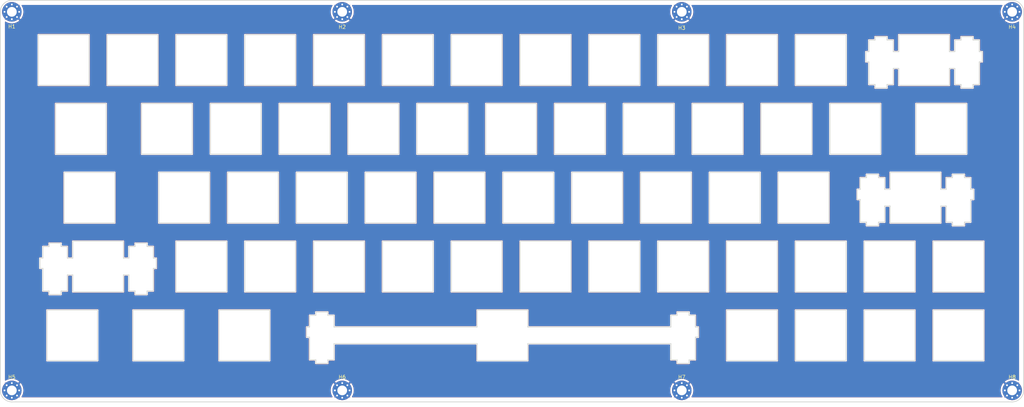
<source format=kicad_pcb>
(kicad_pcb (version 20211014) (generator pcbnew)
  (layers (0 "F.Cu" signal) (31 "B.Cu" signal) (34 "B.Paste" user) (35 "F.Paste" user) (36 "B.SilkS" user "B.Silkscreen") (37 "F.SilkS" user "F.Silkscreen") (38 "B.Mask" user) (39 "F.Mask" user) (44 "Edge.Cuts" user))
  (net 0 "")
  (net 1 "GND")
  (footprint "MountingHole:MountingHole_2.7mm_M2.5_Pad_Via" (layer "F.Cu") (at 213.995 28.575)
    (fp_text reference "H3" (at 0 4.445) (layer "F.SilkS"))
    (fp_text value "mh")
    (pad "1" thru_hole circle (at 0 2.025) (size 0.8 0.8) (drill 0.5) (layers *.Cu *.Mask) (net 1 "GND"))
    (pad "1" thru_hole circle (at 2.025 0) (size 0.8 0.8) (drill 0.5) (layers *.Cu *.Mask) (net 1 "GND"))
    (pad "1" thru_hole circle (at 0 0) (size 5.4 5.4) (drill 2.7) (layers *.Cu *.Mask) (net 1 "GND"))
    (pad "1" thru_hole circle (at -1.431891 -1.431891) (size 0.8 0.8) (drill 0.5) (layers *.Cu *.Mask) (net 1 "GND"))
    (pad "1" thru_hole circle (at 1.431891 1.431891) (size 0.8 0.8) (drill 0.5) (layers *.Cu *.Mask) (net 1 "GND"))
    (pad "1" thru_hole circle (at 0 -2.025) (size 0.8 0.8) (drill 0.5) (layers *.Cu *.Mask) (net 1 "GND"))
    (pad "1" thru_hole circle (at -2.025 0) (size 0.8 0.8) (drill 0.5) (layers *.Cu *.Mask) (net 1 "GND"))
    (pad "1" thru_hole circle (at 1.431891 -1.431891) (size 0.8 0.8) (drill 0.5) (layers *.Cu *.Mask) (net 1 "GND"))
    (pad "1" thru_hole circle (at -1.431891 1.431891) (size 0.8 0.8) (drill 0.5) (layers *.Cu *.Mask) (net 1 "GND"))
  )
  (footprint "MountingHole:MountingHole_2.7mm_M2.5_Pad_Via" (layer "F.Cu") (at 120.015 28.575)
    (fp_text reference "H2" (at 0 4.191) (layer "F.SilkS"))
    (fp_text value "mh")
    (pad "1" thru_hole circle (at 1.431891 1.431891) (size 0.8 0.8) (drill 0.5) (layers *.Cu *.Mask) (net 1 "GND"))
    (pad "1" thru_hole circle (at 0 2.025) (size 0.8 0.8) (drill 0.5) (layers *.Cu *.Mask) (net 1 "GND"))
    (pad "1" thru_hole circle (at 1.431891 -1.431891) (size 0.8 0.8) (drill 0.5) (layers *.Cu *.Mask) (net 1 "GND"))
    (pad "1" thru_hole circle (at -1.431891 -1.431891) (size 0.8 0.8) (drill 0.5) (layers *.Cu *.Mask) (net 1 "GND"))
    (pad "1" thru_hole circle (at -2.025 0) (size 0.8 0.8) (drill 0.5) (layers *.Cu *.Mask) (net 1 "GND"))
    (pad "1" thru_hole circle (at -1.431891 1.431891) (size 0.8 0.8) (drill 0.5) (layers *.Cu *.Mask) (net 1 "GND"))
    (pad "1" thru_hole circle (at 0 -2.025) (size 0.8 0.8) (drill 0.5) (layers *.Cu *.Mask) (net 1 "GND"))
    (pad "1" thru_hole circle (at 0 0) (size 5.4 5.4) (drill 2.7) (layers *.Cu *.Mask) (net 1 "GND"))
    (pad "1" thru_hole circle (at 2.025 0) (size 0.8 0.8) (drill 0.5) (layers *.Cu *.Mask) (net 1 "GND"))
  )
  (footprint "MountingHole:MountingHole_2.7mm_M2.5_Pad_Via" (layer "F.Cu") (at 213.995 133.35)
    (fp_text reference "H7" (at 0 -3.7) (layer "F.SilkS"))
    (fp_text value "mh")
    (pad "1" thru_hole circle (at -2.025 0) (size 0.8 0.8) (drill 0.5) (layers *.Cu *.Mask) (net 1 "GND"))
    (pad "1" thru_hole circle (at 0 -2.025) (size 0.8 0.8) (drill 0.5) (layers *.Cu *.Mask) (net 1 "GND"))
    (pad "1" thru_hole circle (at -1.431891 1.431891) (size 0.8 0.8) (drill 0.5) (layers *.Cu *.Mask) (net 1 "GND"))
    (pad "1" thru_hole circle (at 1.431891 -1.431891) (size 0.8 0.8) (drill 0.5) (layers *.Cu *.Mask) (net 1 "GND"))
    (pad "1" thru_hole circle (at 0 2.025) (size 0.8 0.8) (drill 0.5) (layers *.Cu *.Mask) (net 1 "GND"))
    (pad "1" thru_hole circle (at -1.431891 -1.431891) (size 0.8 0.8) (drill 0.5) (layers *.Cu *.Mask) (net 1 "GND"))
    (pad "1" thru_hole circle (at 2.025 0) (size 0.8 0.8) (drill 0.5) (layers *.Cu *.Mask) (net 1 "GND"))
    (pad "1" thru_hole circle (at 0 0) (size 5.4 5.4) (drill 2.7) (layers *.Cu *.Mask) (net 1 "GND"))
    (pad "1" thru_hole circle (at 1.431891 1.431891) (size 0.8 0.8) (drill 0.5) (layers *.Cu *.Mask) (net 1 "GND"))
  )
  (footprint "MountingHole:MountingHole_2.7mm_M2.5_Pad_Via" (layer "F.Cu") (at 305.435 28.575)
    (fp_text reference "H4" (at 0 4.191) (layer "F.SilkS"))
    (fp_text value "mh")
    (pad "1" thru_hole circle (at -1.431891 -1.431891) (size 0.8 0.8) (drill 0.5) (layers *.Cu *.Mask) (net 1 "GND"))
    (pad "1" thru_hole circle (at 2.025 0) (size 0.8 0.8) (drill 0.5) (layers *.Cu *.Mask) (net 1 "GND"))
    (pad "1" thru_hole circle (at 0 -2.025) (size 0.8 0.8) (drill 0.5) (layers *.Cu *.Mask) (net 1 "GND"))
    (pad "1" thru_hole circle (at -1.431891 1.431891) (size 0.8 0.8) (drill 0.5) (layers *.Cu *.Mask) (net 1 "GND"))
    (pad "1" thru_hole circle (at 0 0) (size 5.4 5.4) (drill 2.7) (layers *.Cu *.Mask) (net 1 "GND"))
    (pad "1" thru_hole circle (at 1.431891 1.431891) (size 0.8 0.8) (drill 0.5) (layers *.Cu *.Mask) (net 1 "GND"))
    (pad "1" thru_hole circle (at 1.431891 -1.431891) (size 0.8 0.8) (drill 0.5) (layers *.Cu *.Mask) (net 1 "GND"))
    (pad "1" thru_hole circle (at -2.025 0) (size 0.8 0.8) (drill 0.5) (layers *.Cu *.Mask) (net 1 "GND"))
    (pad "1" thru_hole circle (at 0 2.025) (size 0.8 0.8) (drill 0.5) (layers *.Cu *.Mask) (net 1 "GND"))
  )
  (footprint "MountingHole:MountingHole_2.7mm_M2.5_Pad_Via" (layer "F.Cu") (at 305.435 133.35)
    (fp_text reference "H8" (at 0 -3.7) (layer "F.SilkS"))
    (fp_text value "mh")
    (pad "1" thru_hole circle (at -1.431891 1.431891) (size 0.8 0.8) (drill 0.5) (layers *.Cu *.Mask) (net 1 "GND"))
    (pad "1" thru_hole circle (at -1.431891 -1.431891) (size 0.8 0.8) (drill 0.5) (layers *.Cu *.Mask) (net 1 "GND"))
    (pad "1" thru_hole circle (at 0 2.025) (size 0.8 0.8) (drill 0.5) (layers *.Cu *.Mask) (net 1 "GND"))
    (pad "1" thru_hole circle (at 0 -2.025) (size 0.8 0.8) (drill 0.5) (layers *.Cu *.Mask) (net 1 "GND"))
    (pad "1" thru_hole circle (at 1.431891 1.431891) (size 0.8 0.8) (drill 0.5) (layers *.Cu *.Mask) (net 1 "GND"))
    (pad "1" thru_hole circle (at 1.431891 -1.431891) (size 0.8 0.8) (drill 0.5) (layers *.Cu *.Mask) (net 1 "GND"))
    (pad "1" thru_hole circle (at 0 0) (size 5.4 5.4) (drill 2.7) (layers *.Cu *.Mask) (net 1 "GND"))
    (pad "1" thru_hole circle (at 2.025 0) (size 0.8 0.8) (drill 0.5) (layers *.Cu *.Mask) (net 1 "GND"))
    (pad "1" thru_hole circle (at -2.025 0) (size 0.8 0.8) (drill 0.5) (layers *.Cu *.Mask) (net 1 "GND"))
  )
  (footprint "MountingHole:MountingHole_2.7mm_M2.5_Pad_Via" (layer "F.Cu") (at 28.575 28.575)
    (fp_text reference "H1" (at 0 4.064) (layer "F.SilkS"))
    (fp_text value "mh")
    (pad "1" thru_hole circle (at 1.431891 -1.431891) (size 0.8 0.8) (drill 0.5) (layers *.Cu *.Mask) (net 1 "GND"))
    (pad "1" thru_hole circle (at -1.431891 1.431891) (size 0.8 0.8) (drill 0.5) (layers *.Cu *.Mask) (net 1 "GND"))
    (pad "1" thru_hole circle (at 2.025 0) (size 0.8 0.8) (drill 0.5) (layers *.Cu *.Mask) (net 1 "GND"))
    (pad "1" thru_hole circle (at -1.431891 -1.431891) (size 0.8 0.8) (drill 0.5) (layers *.Cu *.Mask) (net 1 "GND"))
    (pad "1" thru_hole circle (at -2.025 0) (size 0.8 0.8) (drill 0.5) (layers *.Cu *.Mask) (net 1 "GND"))
    (pad "1" thru_hole circle (at 0 -2.025) (size 0.8 0.8) (drill 0.5) (layers *.Cu *.Mask) (net 1 "GND"))
    (pad "1" thru_hole circle (at 1.431891 1.431891) (size 0.8 0.8) (drill 0.5) (layers *.Cu *.Mask) (net 1 "GND"))
    (pad "1" thru_hole circle (at 0 2.025) (size 0.8 0.8) (drill 0.5) (layers *.Cu *.Mask) (net 1 "GND"))
    (pad "1" thru_hole circle (at 0 0) (size 5.4 5.4) (drill 2.7) (layers *.Cu *.Mask) (net 1 "GND"))
  )
  (footprint "MountingHole:MountingHole_2.7mm_M2.5_Pad_Via" (layer "F.Cu") (at 120.015 133.35)
    (fp_text reference "H6" (at 0 -3.7) (layer "F.SilkS"))
    (fp_text value "mh")
    (pad "1" thru_hole circle (at 0 2.025) (size 0.8 0.8) (drill 0.5) (layers *.Cu *.Mask) (net 1 "GND"))
    (pad "1" thru_hole circle (at -2.025 0) (size 0.8 0.8) (drill 0.5) (layers *.Cu *.Mask) (net 1 "GND"))
    (pad "1" thru_hole circle (at 2.025 0) (size 0.8 0.8) (drill 0.5) (layers *.Cu *.Mask) (net 1 "GND"))
    (pad "1" thru_hole circle (at 0 -2.025) (size 0.8 0.8) (drill 0.5) (layers *.Cu *.Mask) (net 1 "GND"))
    (pad "1" thru_hole circle (at -1.431891 -1.431891) (size 0.8 0.8) (drill 0.5) (layers *.Cu *.Mask) (net 1 "GND"))
    (pad "1" thru_hole circle (at 0 0) (size 5.4 5.4) (drill 2.7) (layers *.Cu *.Mask) (net 1 "GND"))
    (pad "1" thru_hole circle (at 1.431891 1.431891) (size 0.8 0.8) (drill 0.5) (layers *.Cu *.Mask) (net 1 "GND"))
    (pad "1" thru_hole circle (at 1.431891 -1.431891) (size 0.8 0.8) (drill 0.5) (layers *.Cu *.Mask) (net 1 "GND"))
    (pad "1" thru_hole circle (at -1.431891 1.431891) (size 0.8 0.8) (drill 0.5) (layers *.Cu *.Mask) (net 1 "GND"))
  )
  (footprint "MountingHole:MountingHole_2.7mm_M2.5_Pad_Via" (layer "F.Cu") (at 28.575 133.35)
    (fp_text reference "H5" (at 0 -3.7) (layer "F.SilkS"))
    (fp_text value "mh")
    (pad "1" thru_hole circle (at 0 2.025) (size 0.8 0.8) (drill 0.5) (layers *.Cu *.Mask) (net 1 "GND"))
    (pad "1" thru_hole circle (at 1.431891 -1.431891) (size 0.8 0.8) (drill 0.5) (layers *.Cu *.Mask) (net 1 "GND"))
    (pad "1" thru_hole circle (at -1.431891 -1.431891) (size 0.8 0.8) (drill 0.5) (layers *.Cu *.Mask) (net 1 "GND"))
    (pad "1" thru_hole circle (at -1.431891 1.431891) (size 0.8 0.8) (drill 0.5) (layers *.Cu *.Mask) (net 1 "GND"))
    (pad "1" thru_hole circle (at 0 0) (size 5.4 5.4) (drill 2.7) (layers *.Cu *.Mask) (net 1 "GND"))
    (pad "1" thru_hole circle (at 2.025 0) (size 0.8 0.8) (drill 0.5) (layers *.Cu *.Mask) (net 1 "GND"))
    (pad "1" thru_hole circle (at -2.025 0) (size 0.8 0.8) (drill 0.5) (layers *.Cu *.Mask) (net 1 "GND"))
    (pad "1" thru_hole circle (at 0 -2.025) (size 0.8 0.8) (drill 0.5) (layers *.Cu *.Mask) (net 1 "GND"))
    (pad "1" thru_hole circle (at 1.431891 1.431891) (size 0.8 0.8) (drill 0.5) (layers *.Cu *.Mask) (net 1 "GND"))
  )
  (gr_line (start 38.899231 92.61015) (end 38.899231 93.52915) (layer "Edge.Cuts") (width 0.2))
  (gr_line (start 110.167231 115.80935) (end 110.167231 118.60945) (layer "Edge.Cuts") (width 0.2))
  (gr_line (start 202.324831 106.05975) (end 188.325831 106.05975) (layer "Edge.Cuts") (width 0.2))
  (gr_line (start 245.475831 111.11025) (end 259.474831 111.11025) (layer "Edge.Cuts") (width 0.2))
  (gr_line (start 157.367831 120.40925) (end 157.367831 125.10975) (layer "Edge.Cuts") (width 0.2))
  (gr_line (start 265.117831 86.77945) (end 265.117831 87.75955) (layer "Edge.Cuts") (width 0.2))
  (gr_line (start 169.275831 92.06025) (end 183.274831 92.06025) (layer "Edge.Cuts") (width 0.2))
  (gr_line (start 226.425831 125.10975) (end 226.425831 111.11025) (layer "Edge.Cuts") (width 0.2))
  (gr_line (start 178.512831 87.00985) (end 164.511831 87.00985) (layer "Edge.Cuts") (width 0.2))
  (gr_line (start 221.374831 92.06025) (end 221.374831 106.05975) (layer "Edge.Cuts") (width 0.2))
  (gr_line (start 145.461831 73.01025) (end 159.462831 73.01025) (layer "Edge.Cuts") (width 0.2))
  (gr_line (start 67.723831 99.55955) (end 68.549331 99.55955) (layer "Edge.Cuts") (width 0.2))
  (gr_line (start 112.125431 48.90985) (end 112.125431 34.90915) (layer "Edge.Cuts") (width 0.2))
  (gr_line (start 285.667831 82.30905) (end 287.192831 82.30905) (layer "Edge.Cuts") (width 0.2))
  (gr_line (start 202.611831 73.01025) (end 216.612831 73.01025) (layer "Edge.Cuts") (width 0.2))
  (gr_line (start 221.374831 48.90985) (end 207.375831 48.90985) (layer "Edge.Cuts") (width 0.2))
  (gr_line (start 216.016831 111.65865) (end 212.717831 111.65865) (layer "Edge.Cuts") (width 0.2))
  (gr_line (start 173.749831 53.96025) (end 173.749831 67.95985) (layer "Edge.Cuts") (width 0.2))
  (gr_line (start 107.075131 106.05975) (end 93.075431 106.05975) (layer "Edge.Cuts") (width 0.2))
  (gr_line (start 212.717831 112.57925) (end 210.992831 112.57925) (layer "Edge.Cuts") (width 0.2))
  (gr_line (start 131.173831 48.90985) (end 131.173831 34.90915) (layer "Edge.Cuts") (width 0.2))
  (gr_line (start 110.167231 118.60945) (end 110.992731 118.60945) (layer "Edge.Cuts") (width 0.2))
  (gr_line (start 62.699531 92.61015) (end 62.699531 93.52915) (layer "Edge.Cuts") (width 0.2))
  (gr_line (start 154.699831 67.95985) (end 140.700831 67.95985) (layer "Edge.Cuts") (width 0.2))
  (gr_line (start 287.192831 74.47915) (end 287.192831 77.70925) (layer "Edge.Cuts") (width 0.2))
  (gr_line (start 117.742431 115.80935) (end 117.742431 112.57925) (layer "Edge.Cuts") (width 0.2))
  (gr_line (start 202.324831 48.90985) (end 188.325831 48.90985) (layer "Edge.Cuts") (width 0.2))
  (gr_line (start 267.499831 36.37915) (end 265.775831 36.37915) (layer "Edge.Cuts") (width 0.2))
  (gr_line (start 264.525831 92.06025) (end 278.524831 92.06025) (layer "Edge.Cuts") (width 0.2))
  (gr_line (start 88.311531 73.01025) (end 102.312631 73.01025) (layer "Edge.Cuts") (width 0.2))
  (gr_line (start 126.411831 73.01025) (end 140.412831 73.01025) (layer "Edge.Cuts") (width 0.2))
  (gr_line (start 271.667831 87.00985) (end 285.667831 87.00985) (layer "Edge.Cuts") (width 0.2))
  (gr_line (start 178.512831 73.01025) (end 178.512831 87.00985) (layer "Edge.Cuts") (width 0.2))
  (gr_line (start 271.667831 77.70925) (end 270.142831 77.70925) (layer "Edge.Cuts") (width 0.2))
  (gr_line (start 255.000831 53.96025) (end 268.999831 53.96025) (layer "Edge.Cuts") (width 0.2))
  (gr_line (start 249.949831 67.95985) (end 235.950831 67.95985) (layer "Edge.Cuts") (width 0.2))
  (gr_line (start 62.117831 111.11025) (end 76.117431 111.11025) (layer "Edge.Cuts") (width 0.2))
  (gr_line (start 37.175331 105.82955) (end 38.899231 105.82955) (layer "Edge.Cuts") (width 0.2))
  (gr_line (start 110.992731 112.57925) (end 110.992731 115.80935) (layer "Edge.Cuts") (width 0.2))
  (gr_line (start 264.525831 106.05975) (end 264.525831 92.06025) (layer "Edge.Cuts") (width 0.2))
  (gr_line (start 68.975131 34.90915) (end 68.975131 48.90985) (layer "Edge.Cuts") (width 0.2))
  (gr_line (start 88.025131 106.05975) (end 74.025431 106.05975) (layer "Edge.Cuts") (width 0.2))
  (gr_line (start 212.717831 111.65865) (end 212.717831 112.57925) (layer "Edge.Cuts") (width 0.2))
  (gr_line (start 283.575831 106.05975) (end 283.575831 92.06025) (layer "Edge.Cuts") (width 0.2))
  (gr_line (start 173.749831 67.95985) (end 159.750831 67.95985) (layer "Edge.Cuts") (width 0.2))
  (gr_line (start 217.742831 112.57925) (end 216.016831 112.57925) (layer "Edge.Cuts") (width 0.2))
  (gr_line (start 202.611831 87.00985) (end 202.611831 73.01025) (layer "Edge.Cuts") (width 0.2))
  (gr_line (start 291.299831 48.67805) (end 291.299831 49.65955) (layer "Edge.Cuts") (width 0.2))
  (gr_line (start 116.018331 124.87815) (end 117.742431 124.87815) (layer "Edge.Cuts") (width 0.2))
  (gr_line (start 207.375831 34.90915) (end 221.374831 34.90915) (layer "Edge.Cuts") (width 0.2))
  (gr_line (start 43.924931 101.35925) (end 45.449031 101.35925) (layer "Edge.Cuts") (width 0.2))
  (gr_line (start 85.930331 125.10975) (end 85.930331 111.11025) (layer "Edge.Cuts") (width 0.2))
  (gr_line (start 169.275831 106.05975) (end 169.275831 92.06025) (layer "Edge.Cuts") (width 0.2))
  (gr_line (start 59.449931 96.75925) (end 59.449931 92.06025) (layer "Edge.Cuts") (width 0.2))
  (gr_line (start 272.524831 44.20905) (end 274.050831 44.20905) (layer "Edge.Cuts") (width 0.2))
  (gr_line (start 116.600131 53.96025) (end 116.600131 67.95985) (layer "Edge.Cuts") (width 0.2))
  (gr_line (start 297.574831 92.06025) (end 297.574831 106.05975) (layer "Edge.Cuts") (width 0.2))
  (gr_line (start 240.424831 111.11025) (end 240.424831 125.10975) (layer "Edge.Cuts") (width 0.2))
  (gr_line (start 264.525831 111.11025) (end 278.524831 111.11025) (layer "Edge.Cuts") (width 0.2))
  (gr_line (start 268.418831 74.47915) (end 268.418831 73.56025) (layer "Edge.Cuts") (width 0.2))
  (gr_line (start 112.125431 106.05975) (end 112.125431 92.06025) (layer "Edge.Cuts") (width 0.2))
  (gr_line (start 126.124831 106.05975) (end 112.125431 106.05975) (layer "Edge.Cuts") (width 0.2))
  (gr_line (start 226.425831 106.05975) (end 226.425831 92.06025) (layer "Edge.Cuts") (width 0.2))
  (gr_line (start 268.418831 87.75955) (end 268.418831 86.77945) (layer "Edge.Cuts") (width 0.2))
  (gr_line (start 74.025431 48.90985) (end 74.025431 34.90915) (layer "Edge.Cuts") (width 0.2))
  (gr_line (start 99.931331 125.10975) (end 85.930331 125.10975) (layer "Edge.Cuts") (width 0.2))
  (gr_arc (start 305.435 25.4) (mid 307.680069 26.32994) (end 308.61 28.575) (layer "Edge.Cuts") (width 0.2032))
  (gr_line (start 60.974131 93.52915) (end 60.974131 96.75925) (layer "Edge.Cuts") (width 0.2))
  (gr_line (start 42.198331 93.52915) (end 42.198331 92.61015) (layer "Edge.Cuts") (width 0.2))
  (gr_line (start 217.742831 124.87815) (end 217.742831 118.60945) (layer "Edge.Cuts") (width 0.2))
  (gr_line (start 154.699831 53.96025) (end 154.699831 67.95985) (layer "Edge.Cuts") (width 0.2))
  (gr_line (start 40.686531 67.95985) (end 40.686531 53.96025) (layer "Edge.Cuts") (width 0.2))
  (gr_line (start 197.850831 53.96025) (end 211.849831 53.96025) (layer "Edge.Cuts") (width 0.2))
  (gr_line (start 272.524831 48.67805) (end 272.524831 44.20905) (layer "Edge.Cuts") (width 0.2))
  (gr_line (start 59.449931 106.05975) (end 59.449931 101.35925) (layer "Edge.Cuts") (width 0.2))
  (gr_line (start 59.449931 92.06025) (end 45.449031 92.06025) (layer "Edge.Cuts") (width 0.2))
  (gr_line (start 294.599831 35.46015) (end 291.299831 35.46015) (layer "Edge.Cuts") (width 0.2))
  (gr_line (start 116.018331 111.65865) (end 112.718131 111.65865) (layer "Edge.Cuts") (width 0.2))
  (gr_line (start 292.216831 87.75955) (end 292.216831 86.77945) (layer "Edge.Cuts") (width 0.2))
  (gr_line (start 25.4 133.35) (end 25.4 28.575) (layer "Edge.Cuts") (width 0.2032))
  (gr_line (start 226.425831 48.90985) (end 226.425831 34.90915) (layer "Edge.Cuts") (width 0.2))
  (gr_line (start 265.775831 42.40955) (end 265.775831 48.67805) (layer "Edge.Cuts") (width 0.2))
  (gr_line (start 85.930331 111.11025) (end 99.931331 111.11025) (layer "Edge.Cuts") (width 0.2))
  (gr_line (start 262.566831 77.70925) (end 262.566831 80.50955) (layer "Edge.Cuts") (width 0.2))
  (gr_line (start 140.700831 53.96025) (end 154.699831 53.96025) (layer "Edge.Cuts") (width 0.2))
  (gr_line (start 112.125431 34.90915) (end 126.124831 34.90915) (layer "Edge.Cuts") (width 0.2))
  (gr_line (start 265.775831 36.37915) (end 265.775831 39.60785) (layer "Edge.Cuts") (width 0.2))
  (gr_line (start 212.717831 125.85935) (end 216.016831 125.85935) (layer "Edge.Cuts") (width 0.2))
  (gr_line (start 171.367831 125.10975) (end 171.367831 120.40925) (layer "Edge.Cuts") (width 0.2))
  (gr_line (start 121.650431 53.96025) (end 135.649831 53.96025) (layer "Edge.Cuts") (width 0.2))
  (gr_line (start 254.712831 73.01025) (end 254.712831 87.00985) (layer "Edge.Cuts") (width 0.2))
  (gr_line (start 226.425831 111.11025) (end 240.424831 111.11025) (layer "Edge.Cuts") (width 0.2))
  (gr_line (start 140.700831 67.95985) (end 140.700831 53.96025) (layer "Edge.Cuts") (width 0.2))
  (gr_line (start 218.567831 115.80935) (end 217.742831 115.80935) (layer "Edge.Cuts") (width 0.2))
  (gr_line (start 216.016831 112.57925) (end 216.016831 111.65865) (layer "Edge.Cuts") (width 0.2))
  (gr_line (start 294.599831 48.67805) (end 296.324831 48.67805) (layer "Edge.Cuts") (width 0.2))
  (gr_line (start 259.474831 125.10975) (end 245.475831 125.10975) (layer "Edge.Cuts") (width 0.2))
  (gr_line (start 197.562831 87.00985) (end 183.561831 87.00985) (layer "Edge.Cuts") (width 0.2))
  (gr_line (start 294.599831 49.65955) (end 294.599831 48.67805) (layer "Edge.Cuts") (width 0.2))
  (gr_line (start 188.325831 106.05975) (end 188.325831 92.06025) (layer "Edge.Cuts") (width 0.2))
  (gr_line (start 270.142831 86.77945) (end 270.142831 82.30905) (layer "Edge.Cuts") (width 0.2))
  (gr_line (start 212.717831 124.87815) (end 212.717831 125.85935) (layer "Edge.Cuts") (width 0.2))
  (gr_line (start 65.998331 106.80935) (end 65.998331 105.82955) (layer "Edge.Cuts") (width 0.2))
  (gr_line (start 293.942831 86.77945) (end 293.942831 80.50955) (layer "Edge.Cuts") (width 0.2))
  (gr_line (start 35.924031 48.90985) (end 35.924031 34.90915) (layer "Edge.Cuts") (width 0.2))
  (gr_line (start 188.325831 48.90985) (end 188.325831 34.90915) (layer "Edge.Cuts") (width 0.2))
  (gr_line (start 93.075431 92.06025) (end 107.075131 92.06025) (layer "Edge.Cuts") (width 0.2))
  (gr_line (start 121.362631 73.01025) (end 121.362631 87.00985) (layer "Edge.Cuts") (width 0.2))
  (gr_line (start 287.192831 77.70925) (end 285.667831 77.70925) (layer "Edge.Cuts") (width 0.2))
  (gr_line (start 274.050831 44.20905) (end 274.050831 48.90985) (layer "Edge.Cuts") (width 0.2))
  (gr_line (start 54.975431 48.90985) (end 54.975431 34.90915) (layer "Edge.Cuts") (width 0.2))
  (gr_line (start 263.392831 77.70925) (end 262.566831 77.70925) (layer "Edge.Cuts") (width 0.2))
  (gr_line (start 45.449031 96.75925) (end 43.924931 96.75925) (layer "Edge.Cuts") (width 0.2))
  (gr_line (start 78.500131 53.96025) (end 78.500131 67.95985) (layer "Edge.Cuts") (width 0.2))
  (gr_line (start 52.306231 125.10975) (end 38.305331 125.10975) (layer "Edge.Cuts") (width 0.2))
  (gr_line (start 97.550131 53.96025) (end 97.550131 67.95985) (layer "Edge.Cuts") (width 0.2))
  (gr_line (start 68.549331 99.55955) (end 68.549331 96.75925) (layer "Edge.Cuts") (width 0.2))
  (gr_line (start 43.924931 96.75925) (end 43.924931 93.52915) (layer "Edge.Cuts") (width 0.2))
  (gr_line (start 57.067331 73.01025) (end 57.067331 87.00985) (layer "Edge.Cuts") (width 0.2))
  (gr_line (start 37.175331 99.55955) (end 37.175331 105.82955) (layer "Edge.Cuts") (width 0.2))
  (gr_line (start 240.424831 106.05975) (end 226.425831 106.05975) (layer "Edge.Cuts") (width 0.2))
  (gr_line (start 116.018331 125.85935) (end 116.018331 124.87815) (layer "Edge.Cuts") (width 0.2))
  (gr_line (start 62.699531 93.52915) (end 60.974131 93.52915) (layer "Edge.Cuts") (width 0.2))
  (gr_line (start 145.173831 92.06025) (end 145.173831 106.05975) (layer "Edge.Cuts") (width 0.2))
  (gr_line (start 288.917831 86.77945) (end 288.917831 87.75955) (layer "Edge.Cuts") (width 0.2))
  (gr_line (start 271.667831 82.30905) (end 271.667831 87.00985) (layer "Edge.Cuts") (width 0.2))
  (gr_line (start 112.125431 92.06025) (end 126.124831 92.06025) (layer "Edge.Cuts") (width 0.2))
  (gr_line (start 270.799831 35.46015) (end 267.499831 35.46015) (layer "Edge.Cuts") (width 0.2))
  (gr_line (start 157.367831 111.11025) (end 157.367831 115.80935) (layer "Edge.Cuts") (width 0.2))
  (gr_line (start 49.924931 34.90915) (end 49.924931 48.90985) (layer "Edge.Cuts") (width 0.2))
  (gr_line (start 183.274831 34.90915) (end 183.274831 48.90985) (layer "Edge.Cuts") (width 0.2))
  (gr_line (start 274.050831 34.90915) (end 274.050831 39.60785) (layer "Edge.Cuts") (width 0.2))
  (gr_line (start 293.942831 80.50955) (end 294.767831 80.50955) (layer "Edge.Cuts") (width 0.2))
  (gr_line (start 76.117431 111.11025) (end 76.117431 125.10975) (layer "Edge.Cuts") (width 0.2))
  (gr_line (start 65.998331 92.61015) (end 62.699531 92.61015) (layer "Edge.Cuts") (width 0.2))
  (gr_line (start 259.474831 111.11025) (end 259.474831 125.10975) (layer "Edge.Cuts") (width 0.2))
  (gr_line (start 270.142831 77.70925) (end 270.142831 74.47915) (layer "Edge.Cuts") (width 0.2))
  (gr_line (start 283.575831 92.06025) (end 297.574831 92.06025) (layer "Edge.Cuts") (width 0.2))
  (gr_line (start 274.050831 39.60785) (end 272.524831 39.60785) (layer "Edge.Cuts") (width 0.2))
  (gr_line (start 283.575831 111.11025) (end 297.574831 111.11025) (layer "Edge.Cuts") (width 0.2))
  (gr_line (start 38.899231 93.52915) (end 37.175331 93.52915) (layer "Edge.Cuts") (width 0.2))
  (gr_line (start 207.375831 92.06025) (end 221.374831 92.06025) (layer "Edge.Cuts") (width 0.2))
  (gr_line (start 210.992831 120.40925) (end 210.992831 124.87815) (layer "Edge.Cuts") (width 0.2))
  (gr_line (start 121.362631 87.00985) (end 107.361531 87.00985) (layer "Edge.Cuts") (width 0.2))
  (gr_line (start 38.305331 125.10975) (end 38.305331 111.11025) (layer "Edge.Cuts") (width 0.2))
  (gr_line (start 62.699531 106.80935) (end 65.998331 106.80935) (layer "Edge.Cuts") (width 0.2))
  (gr_line (start 294.767831 80.50955) (end 294.767831 77.70925) (layer "Edge.Cuts") (width 0.2))
  (gr_line (start 202.324831 92.06025) (end 202.324831 106.05975) (layer "Edge.Cuts") (width 0.2))
  (gr_line (start 272.524831 39.60785) (end 272.524831 36.37915) (layer "Edge.Cuts") (width 0.2))
  (gr_line (start 131.173831 34.90915) (end 145.173831 34.90915) (layer "Edge.Cuts") (width 0.2))
  (gr_line (start 40.686531 53.96025) (end 54.687431 53.96025) (layer "Edge.Cuts") (width 0.2))
  (gr_line (start 197.850831 67.95985) (end 197.850831 53.96025) (layer "Edge.Cuts") (width 0.2))
  (gr_line (start 297.148831 39.60785) (end 296.324831 39.60785) (layer "Edge.Cuts") (width 0.2))
  (gr_line (start 265.117831 73.56025) (end 265.117831 74.47915) (layer "Edge.Cuts") (width 0.2))
  (gr_line (start 270.142831 82.30905) (end 271.667831 82.30905) (layer "Edge.Cuts") (width 0.2))
  (gr_line (start 157.367831 115.80935) (end 117.742431 115.80935) (layer "Edge.Cuts") (width 0.2))
  (gr_line (start 291.299831 36.37915) (end 289.575831 36.37915) (layer "Edge.Cuts") (width 0.2))
  (gr_line (start 221.661831 87.00985) (end 221.661831 73.01025) (layer "Edge.Cuts") (width 0.2))
  (gr_line (start 117.742431 120.40925) (end 157.367831 120.40925) (layer "Edge.Cuts") (width 0.2))
  (gr_line (start 28.575 25.4) (end 305.435 25.4) (layer "Edge.Cuts") (width 0.2032))
  (gr_line (start 268.418831 73.56025) (end 265.117831 73.56025) (layer "Edge.Cuts") (width 0.2))
  (gr_line (start 240.424831 34.90915) (end 240.424831 48.90985) (layer "Edge.Cuts") (width 0.2))
  (gr_line (start 45.449031 106.05975) (end 59.449931 106.05975) (layer "Edge.Cuts") (width 0.2))
  (gr_line (start 288.917831 87.75955) (end 292.216831 87.75955) (layer "Edge.Cuts") (width 0.2))
  (gr_line (start 259.474831 48.90985) (end 245.475831 48.90985) (layer "Edge.Cuts") (width 0.2))
  (gr_line (start 126.124831 48.90985) (end 112.125431 48.90985) (layer "Edge.Cuts") (width 0.2))
  (gr_line (start 164.511831 73.01025) (end 178.512831 73.01025) (layer "Edge.Cuts") (width 0.2))
  (gr_line (start 270.799831 49.65955) (end 270.799831 48.67805) (layer "Edge.Cuts") (width 0.2))
  (gr_line (start 226.425831 34.90915) (end 240.424831 34.90915) (layer "Edge.Cuts") (width 0.2))
  (gr_line (start 36.348531 99.55955) (end 37.175331 99.55955) (layer "Edge.Cuts") (width 0.2))
  (gr_line (start 88.025131 92.06025) (end 88.025131 106.05975) (layer "Edge.Cuts") (width 0.2))
  (gr_line (start 67.723831 105.82955) (end 67.723831 99.55955) (layer "Edge.Cuts") (width 0.2))
  (gr_line (start 288.917831 73.56025) (end 288.917831 74.47915) (layer "Edge.Cuts") (width 0.2))
  (gr_line (start 36.348531 96.75925) (end 36.348531 99.55955) (layer "Edge.Cuts") (width 0.2))
  (gr_line (start 207.375831 106.05975) (end 207.375831 92.06025) (layer "Edge.Cuts") (width 0.2))
  (gr_line (start 74.025431 92.06025) (end 88.025131 92.06025) (layer "Edge.Cuts") (width 0.2))
  (gr_line (start 65.998331 93.52915) (end 65.998331 92.61015) (layer "Edge.Cuts") (width 0.2))
  (gr_line (start 88.311531 87.00985) (end 88.311531 73.01025) (layer "Edge.Cuts") (width 0.2))
  (gr_line (start 83.550431 67.95985) (end 83.550431 53.96025) (layer "Edge.Cuts") (width 0.2))
  (gr_line (start 268.999831 67.95985) (end 255.000831 67.95985) (layer "Edge.Cuts") (width 0.2))
  (gr_line (start 297.574831 106.05975) (end 283.575831 106.05975) (layer "Edge.Cuts") (width 0.2))
  (gr_line (start 270.142831 74.47915) (end 268.418831 74.47915) (layer "Edge.Cuts") (width 0.2))
  (gr_line (start 278.809831 67.95985) (end 278.809831 53.96025) (layer "Edge.Cuts") (width 0.2))
  (gr_line (start 259.474831 106.05975) (end 245.475831 106.05975) (layer "Edge.Cuts") (width 0.2))
  (gr_line (start 38.899231 106.80935) (end 42.198331 106.80935) (layer "Edge.Cuts") (width 0.2))
  (gr_line (start 145.173831 34.90915) (end 145.173831 48.90985) (layer "Edge.Cuts") (width 0.2))
  (gr_line (start 42.198331 105.82955) (end 43.924931 105.82955) (layer "Edge.Cuts") (width 0.2))
  (gr_line (start 49.924931 48.90985) (end 35.924031 48.90985) (layer "Edge.Cuts") (width 0.2))
  (gr_line (start 259.474831 92.06025) (end 259.474831 106.05975) (layer "Edge.Cuts") (width 0.2))
  (gr_line (start 112.718131 124.87815) (end 112.718131 125.85935) (layer "Edge.Cuts") (width 0.2))
  (gr_line (start 159.750831 67.95985) (end 159.750831 53.96025) (layer "Edge.Cuts") (width 0.2))
  (gr_line (start 69.261531 87.00985) (end 69.261531 73.01025) (layer "Edge.Cuts") (width 0.2))
  (gr_line (start 285.667831 73.01025) (end 271.667831 73.01025) (layer "Edge.Cuts") (width 0.2))
  (gr_line (start 183.274831 106.05975) (end 169.275831 106.05975) (layer "Edge.Cuts") (width 0.2))
  (gr_line (start 262.566831 80.50955) (end 263.392831 80.50955) (layer "Edge.Cuts") (width 0.2))
  (gr_line (start 267.499831 35.46015) (end 267.499831 36.37915) (layer "Edge.Cuts") (width 0.2))
  (gr_line (start 62.117831 125.10975) (end 62.117831 111.11025) (layer "Edge.Cuts") (width 0.2))
  (gr_line (start 288.049831 48.90985) (end 288.049831 44.20905) (layer "Edge.Cuts") (width 0.2))
  (gr_line (start 211.849831 67.95985) (end 197.850831 67.95985) (layer "Edge.Cuts") (width 0.2))
  (gr_line (start 54.687431 53.96025) (end 54.687431 67.95985) (layer "Edge.Cuts") (width 0.2))
  (gr_line (start 254.712831 87.00985) (end 240.711831 87.00985) (layer "Edge.Cuts") (width 0.2))
  (gr_line (start 145.461831 87.00985) (end 145.461831 73.01025) (layer "Edge.Cuts") (width 0.2))
  (gr_line (start 217.742831 115.80935) (end 217.742831 112.57925) (layer "Edge.Cuts") (width 0.2))
  (gr_line (start 296.324831 39.60785) (end 296.324831 36.37915) (layer "Edge.Cuts") (width 0.2))
  (gr_line (start 240.711831 87.00985) (end 240.711831 73.01025) (layer "Edge.Cuts") (width 0.2))
  (gr_line (start 150.223831 34.90915) (end 164.224831 34.90915) (layer "Edge.Cuts") (width 0.2))
  (gr_line (start 35.924031 34.90915) (end 49.924931 34.90915) (layer "Edge.Cuts") (width 0.2))
  (gr_line (start 288.049831 34.90915) (end 274.050831 34.90915) (layer "Edge.Cuts") (width 0.2))
  (gr_line (start 288.049831 39.60785) (end 288.049831 34.90915) (layer "Edge.Cuts") (width 0.2))
  (gr_line (start 289.575831 44.20905) (end 289.575831 48.67805) (layer "Edge.Cuts") (width 0.2))
  (gr_line (start 235.662831 87.00985) (end 221.661831 87.00985) (layer "Edge.Cuts") (width 0.2))
  (gr_line (start 169.275831 48.90985) (end 169.275831 34.90915) (layer "Edge.Cuts") (width 0.2))
  (gr_line (start 37.175331 96.75925) (end 36.348531 96.75925) (layer "Edge.Cuts") (width 0.2))
  (gr_line (start 267.499831 49.65955) (end 270.799831 49.65955) (layer "Edge.Cuts") (width 0.2))
  (gr_line (start 245.475831 106.05975) (end 245.475831 92.06025) (layer "Edge.Cuts") (width 0.2))
  (gr_line (start 297.574831 125.10975) (end 283.575831 125.10975) (layer "Edge.Cuts") (width 0.2))
  (gr_line (start 116.018331 112.57925) (end 116.018331 111.65865) (layer "Edge.Cuts") (width 0.2))
  (gr_line (start 171.367831 115.80935) (end 171.367831 111.11025) (layer "Edge.Cuts") (width 0.2))
  (gr_line (start 159.462831 87.00985) (end 145.461831 87.00985) (layer "Edge.Cuts") (width 0.2))
  (gr_line (start 69.261531 73.01025) (end 83.262631 73.01025) (layer "Edge.Cuts") (width 0.2))
  (gr_line (start 93.075431 34.90915) (end 107.075131 34.90915) (layer "Edge.Cuts") (width 0.2))
  (gr_line (start 278.809831 53.96025) (end 292.812831 53.96025) (layer "Edge.Cuts") (width 0.2))
  (gr_line (start 292.812831 67.95985) (end 278.809831 67.95985) (layer "Edge.Cuts") (width 0.2))
  (gr_line (start 43.924931 105.82955) (end 43.924931 101.35925) (layer "Edge.Cuts") (width 0.2))
  (gr_line (start 107.075131 92.06025) (end 107.075131 106.05975) (layer "Edge.Cuts") (width 0.2))
  (gr_line (start 285.667831 87.00985) (end 285.667831 82.30905) (layer "Edge.Cuts") (width 0.2))
  (gr_line (start 192.799831 53.96025) (end 192.799831 67.95985) (layer "Edge.Cuts") (width 0.2))
  (gr_line (start 150.223831 92.06025) (end 164.224831 92.06025) (layer "Edge.Cuts") (width 0.2))
  (gr_line (start 126.124831 34.90915) (end 126.124831 48.90985) (layer "Edge.Cuts") (width 0.2))
  (gr_line (start 263.392831 86.77945) (end 265.117831 86.77945) (layer "Edge.Cuts") (width 0.2))
  (gr_line (start 76.117431 125.10975) (end 62.117831 125.10975) (layer "Edge.Cuts") (width 0.2))
  (gr_line (start 110.992731 118.60945) (end 110.992731 124.87815) (layer "Edge.Cuts") (width 0.2))
  (gr_line (start 292.812831 53.96025) (end 292.812831 67.95985) (layer "Edge.Cuts") (width 0.2))
  (gr_line (start 43.067831 73.01025) (end 57.067331 73.01025) (layer "Edge.Cuts") (width 0.2))
  (gr_line (start 289.575831 36.37915) (end 289.575831 39.60785) (layer "Edge.Cuts") (width 0.2))
  (gr_line (start 164.224831 92.06025) (end 164.224831 106.05975) (layer "Edge.Cuts") (width 0.2))
  (gr_line (start 308.61 28.575) (end 308.61 133.35) (layer "Edge.Cuts") (width 0.2))
  (gr_line (start 83.262631 87.00985) (end 69.261531 87.00985) (layer "Edge.Cuts") (width 0.2))
  (gr_line (start 150.223831 48.90985) (end 150.223831 34.90915) (layer "Edge.Cuts") (width 0.2))
  (gr_line (start 278.524831 92.06025) (end 278.524831 106.05975) (layer "Edge.Cuts") (width 0.2))
  (gr_line (start 102.312631 87.00985) (end 88.311531 87.00985) (layer "Edge.Cuts") (width 0.2))
  (gr_line (start 268.999831 53.96025) (end 268.999831 67.95985) (layer "Edge.Cuts") (width 0.2))
  (gr_line (start 93.075431 48.90985) (end 93.075431 34.90915) (layer "Edge.Cuts") (width 0.2))
  (gr_line (start 54.687431 67.95985) (end 40.686531 67.95985) (layer "Edge.Cuts") (width 0.2))
  (gr_line (start 183.561831 73.01025) (end 197.562831 73.01025) (layer "Edge.Cuts") (width 0.2))
  (gr_line (start 52.306231 111.11025) (end 52.306231 125.10975) (layer "Edge.Cuts") (width 0.2))
  (gr_line (start 240.424831 92.06025) (end 240.424831 106.05975) (layer "Edge.Cuts") (width 0.2))
  (gr_line (start 74.025431 34.90915) (end 88.025131 34.90915) (layer "Edge.Cuts") (width 0.2))
  (gr_line (start 112.718131 125.85935) (end 116.018331 125.85935) (layer "Edge.Cuts") (width 0.2))
  (gr_line (start 68.549331 96.75925) (end 67.723831 96.75925) (layer "Edge.Cuts") (width 0.2))
  (gr_line (start 178.800831 67.95985) (end 178.800831 53.96025) (layer "Edge.Cuts") (width 0.2))
  (gr_line (start 221.374831 106.05975) (end 207.375831 106.05975) (layer "Edge.Cuts") (width 0.2))
  (gr_line (start 164.224831 48.90985) (end 150.223831 48.90985) (layer "Edge.Cuts") (width 0.2))
  (gr_line (start 83.262631 73.01025) (end 83.262631 87.00985) (layer "Edge.Cuts") (width 0.2))
  (gr_line (start 102.600431 67.95985) (end 102.600431 53.96025) (layer "Edge.Cuts") (width 0.2))
  (gr_line (start 216.016831 124.87815) (end 217.742831 124.87815) (layer "Edge.Cuts") (width 0.2))
  (gr_line (start 293.942831 77.70925) (end 293.942831 74.47915) (layer "Edge.Cuts") (width 0.2))
  (gr_line (start 285.667831 77.70925) (end 285.667831 73.01025) (layer "Edge.Cuts") (width 0.2))
  (gr_line (start 245.475831 34.90915) (end 259.474831 34.90915) (layer "Edge.Cuts") (width 0.2))
  (gr_line (start 226.425831 92.06025) (end 240.424831 92.06025) (layer "Edge.Cuts") (width 0.2))
  (gr_line (start 93.075431 106.05975) (end 93.075431 92.06025) (layer "Edge.Cuts") (width 0.2))
  (gr_line (start 131.173831 92.06025) (end 145.173831 92.06025) (layer "Edge.Cuts") (width 0.2))
  (gr_line (start 265.775831 39.60785) (end 264.949831 39.60785) (layer "Edge.Cuts") (width 0.2))
  (gr_line (start 183.274831 92.06025) (end 183.274831 106.05975) (layer "Edge.Cuts") (width 0.2))
  (gr_line (start 112.718131 112.57925) (end 110.992731 112.57925) (layer "Edge.Cuts") (width 0.2))
  (gr_line (start 221.661831 73.01025) (end 235.662831 73.01025) (layer "Edge.Cuts") (width 0.2))
  (gr_line (start 197.562831 73.01025) (end 197.562831 87.00985) (layer "Edge.Cuts") (width 0.2))
  (gr_line (start 107.075131 48.90985) (end 93.075431 48.90985) (layer "Edge.Cuts") (width 0.2))
  (gr_line (start 287.192831 86.77945) (end 288.917831 86.77945) (layer "Edge.Cuts") (width 0.2))
  (gr_line (start 107.361531 73.01025) (end 121.362631 73.01025) (layer "Edge.Cuts") (width 0.2))
  (gr_line (start 145.173831 48.90985) (end 131.173831 48.90985) (layer "Edge.Cuts") (width 0.2))
  (gr_line (start 65.998331 105.82955) (end 67.723831 105.82955) (layer "Edge.Cuts") (width 0.2))
  (gr_line (start 45.449031 101.35925) (end 45.449031 106.05975) (layer "Edge.Cuts") (width 0.2))
  (gr_line (start 59.449931 101.35925) (end 60.974131 101.35925) (layer "Edge.Cuts") (width 0.2))
  (gr_line (start 216.900831 67.95985) (end 216.900831 53.96025) (layer "Edge.Cuts") (width 0.2))
  (gr_line (start 88.025131 34.90915) (end 88.025131 48.90985) (layer "Edge.Cuts") (width 0.2))
  (gr_line (start 188.325831 34.90915) (end 202.324831 34.90915) (layer "Edge.Cuts") (width 0.2))
  (gr_line (start 107.075131 34.90915) (end 107.075131 48.90985) (layer "Edge.Cuts") (width 0.2))
  (gr_line (start 126.124831 92.06025) (end 126.124831 106.05975) (layer "Edge.Cuts") (width 0.2))
  (gr_line (start 183.274831 48.90985) (end 169.275831 48.90985) (layer "Edge.Cuts") (width 0.2))
  (gr_line (start 88.025131 48.90985) (end 74.025431 48.90985) (layer "Edge.Cuts") (width 0.2))
  (gr_line (start 240.711831 73.01025) (end 254.712831 73.01025) (layer "Edge.Cuts") (width 0.2))
  (gr_line (start 110.992731 124.87815) (end 112.718131 124.87815) (layer "Edge.Cuts") (width 0.2))
  (gr_line (start 145.173831 106.05975) (end 131.173831 106.05975) (layer "Edge.Cuts") (width 0.2))
  (gr_line (start 263.392831 80.50955) (end 263.392831 86.77945) (layer "Edge.Cuts") (width 0.2))
  (gr_line (start 274.050831 48.90985) (end 288.049831 48.90985) (layer "Edge.Cuts") (width 0.2))
  (gr_line (start 288.049831 44.20905) (end 289.575831 44.20905) (layer "Edge.Cuts") (width 0.2))
  (gr_line (start 159.462831 73.01025) (end 159.462831 87.00985) (layer "Edge.Cuts") (width 0.2))
  (gr_line (start 296.324831 42.40955) (end 297.148831 42.40955) (layer "Edge.Cuts") (width 0.2))
  (gr_line (start 289.575831 48.67805) (end 291.299831 48.67805) (layer "Edge.Cuts") (width 0.2))
  (gr_line (start 164.224831 106.05975) (end 150.223831 106.05975) (layer "Edge.Cuts") (width 0.2))
  (gr_line (start 107.361531 87.00985) (end 107.361531 73.01025) (layer "Edge.Cuts") (width 0.2))
  (gr_line (start 291.299831 35.46015) (end 291.299831 36.37915) (layer "Edge.Cuts") (width 0.2))
  (gr_line (start 271.667831 73.01025) (end 271.667831 77.70925) (layer "Edge.Cuts") (width 0.2))
  (gr_line (start 83.550431 53.96025) (end 97.550131 53.96025) (layer "Edge.Cuts") (width 0.2))
  (gr_line (start 60.974131 96.75925) (end 59.449931 96.75925) (layer "Edge.Cuts") (width 0.2))
  (gr_line (start 150.223831 106.05975) (end 150.223831 92.06025) (layer "Edge.Cuts") (width 0.2))
  (gr_line (start 43.067831 87.00985) (end 43.067831 73.01025) (layer "Edge.Cuts") (width 0.2))
  (gr_line (start 245.475831 48.90985) (end 245.475831 34.90915) (layer "Edge.Cuts") (width 0.2))
  (gr_arc (start 25.4 28.575) (mid 26.329936 26.329936) (end 28.575 25.4) (layer "Edge.Cuts") (width 0.2032))
  (gr_line (start 112.718131 111.65865) (end 112.718131 112.57925) (layer "Edge.Cuts") (width 0.2))
  (gr_line (start 211.849831 53.96025) (end 211.849831 67.95985) (layer "Edge.Cuts") (width 0.2))
  (gr_line (start 221.374831 34.90915) (end 221.374831 48.90985) (layer "Edge.Cuts") (width 0.2))
  (gr_line (start 140.412831 73.01025) (end 140.412831 87.00985) (layer "Edge.Cuts") (width 0.2))
  (gr_line (start 183.561831 87.00985) (end 183.561831 73.01025) (layer "Edge.Cuts") (width 0.2))
  (gr_line (start 97.550131 67.95985) (end 83.550431 67.95985) (layer "Edge.Cuts") (width 0.2))
  (gr_line (start 54.975431 34.90915) (end 68.975131 34.90915) (layer "Edge.Cuts") (width 0.2))
  (gr_line (start 68.975131 48.90985) (end 54.975431 48.90985) (layer "Edge.Cuts") (width 0.2))
  (gr_line (start 43.924931 93.52915) (end 42.198331 93.52915) (layer "Edge.Cuts") (width 0.2))
  (gr_line (start 264.525831 125.10975) (end 264.525831 111.11025) (layer "Edge.Cuts") (width 0.2))
  (gr_line (start 265.117831 87.75955) (end 268.418831 87.75955) (layer "Edge.Cuts") (width 0.2))
  (gr_line (start 268.418831 86.77945) (end 270.142831 86.77945) (layer "Edge.Cuts") (width 0.2))
  (gr_line (start 131.173831 106.05975) (end 131.173831 92.06025) (layer "Edge.Cuts") (width 0.2))
  (gr_line (start 216.016831 125.85935) (end 216.016831 124.87815) (layer "Edge.Cuts") (width 0.2))
  (gr_line (start 283.575831 125.10975) (end 283.575831 111.11025) (layer "Edge.Cuts") (width 0.2))
  (gr_line (start 297.574831 111.11025) (end 297.574831 125.10975) (layer "Edge.Cuts") (width 0.2))
  (gr_line (start 140.412831 87.00985) (end 126.411831 87.00985) (layer "Edge.Cuts") (width 0.2))
  (gr_line (start 157.367831 125.10975) (end 171.367831 125.10975) (layer "Edge.Cuts") (width 0.2))
  (gr_line (start 272.524831 36.37915) (end 270.799831 36.37915) (layer "Edge.Cuts") (width 0.2))
  (gr_line (start 202.324831 34.90915) (end 202.324831 48.90985) (layer "Edge.Cuts") (width 0.2))
  (gr_line (start 278.524831 125.10975) (end 264.525831 125.10975) (layer "Edge.Cuts") (width 0.2))
  (gr_line (start 278.524831 106.05975) (end 264.525831 106.05975) (layer "Edge.Cuts") (width 0.2))
  (gr_line (start 294.599831 36.37915) (end 294.599831 35.46015) (layer "Edge.Cuts") (width 0.2))
  (gr_line (start 270.799831 36.37915) (end 270.799831 35.46015) (layer "Edge.Cuts") (width 0.2))
  (gr_line (start 60.974131 101.35925) (end 60.974131 105.82955) (layer "Edge.Cuts") (width 0.2))
  (gr_arc (start 308.61 133.35) (mid 307.680048 135.595038) (end 305.435 136.525) (layer "Edge.Cuts") (width 0.2032))
  (gr_line (start 62.699531 105.82955) (end 62.699531 106.80935) (layer "Edge.Cuts") (width 0.2))
  (gr_line (start 216.612831 73.01025) (end 216.612831 87.00985) (layer "Edge.Cuts") (width 0.2))
  (gr_line (start 264.949831 39.60785) (end 264.949831 42.40955) (layer "Edge.Cuts") (width 0.2))
  (gr_line (start 210.992831 124.87815) (end 212.717831 124.87815) (layer "Edge.Cuts") (width 0.2))
  (gr_arc (start 28.575 136.525) (mid 26.329936 135.595064) (end 25.4 133.35) (layer "Edge.Cuts") (width 0.2032))
  (gr_line (start 305.435 136.525) (end 28.575 136.525) (layer "Edge.Cuts") (width 0.2))
  (gr_line (start 178.800831 53.96025) (end 192.799831 53.96025) (layer "Edge.Cuts") (width 0.2))
  (gr_line (start 102.600431 53.96025) (end 116.600131 53.96025) (layer "Edge.Cuts") (width 0.2))
  (gr_line (start 210.992831 112.57925) (end 210.992831 115.80935) (layer "Edge.Cuts") (width 0.2))
  (gr_line (start 117.742431 124.87815) (end 117.742431 120.40925) (layer "Edge.Cuts") (width 0.2))
  (gr_line (start 296.324831 36.37915) (end 294.599831 36.37915) (layer "Edge.Cuts") (width 0.2))
  (gr_line (start 292.216831 73.56025) (end 288.917831 73.56025) (layer "Edge.Cuts") (width 0.2))
  (gr_line (start 216.900831 53.96025) (end 230.899831 53.96025) (layer "Edge.Cuts") (width 0.2))
  (gr_line (start 99.931331 111.11025) (end 99.931331 125.10975) (layer "Edge.Cuts") (width 0.2))
  (gr_line (start 116.600131 67.95985) (end 102.600431 67.95985) (layer "Edge.Cuts") (width 0.2))
  (gr_line (start 218.567831 118.60945) (end 218.567831 115.80935) (layer "Edge.Cuts") (width 0.2))
  (gr_line (start 265.117831 74.47915) (end 263.392831 74.47915) (layer "Edge.Cuts") (width 0.2))
  (gr_line (start 171.367831 120.40925) (end 210.992831 120.40925) (layer "Edge.Cuts") (width 0.2))
  (gr_line (start 287.192831 82.30905) (end 287.192831 86.77945) (layer "Edge.Cuts") (width 0.2))
  (gr_line (start 188.325831 92.06025) (end 202.324831 92.06025) (layer "Edge.Cuts") (width 0.2))
  (gr_line (start 64.500431 67.95985) (end 64.500431 53.96025) (layer "Edge.Cuts") (width 0.2))
  (gr_line (start 292.216831 74.47915) (end 292.216831 73.56025) (layer "Edge.Cuts") (width 0.2))
  (gr_line (start 42.198331 92.61015) (end 38.899231 92.61015) (layer "Edge.Cuts") (width 0.2))
  (gr_line (start 210.992831 115.80935) (end 171.367831 115.80935) (layer "Edge.Cuts") (width 0.2))
  (gr_line (start 235.950831 53.96025) (end 249.949831 53.96025) (layer "Edge.Cuts") (width 0.2))
  (gr_line (start 38.899231 105.82955) (end 38.899231 106.80935) (layer "Edge.Cuts") (width 0.2))
  (gr_line (start 288.917831 74.47915) (end 287.192831 74.47915) (layer "Edge.Cuts") (width 0.2))
  (gr_line (start 60.974131 105.82955) (end 62.699531 105.82955) (layer "Edge.Cuts") (width 0.2))
  (gr_line (start 294.767831 77.70925) (end 293.942831 77.70925) (layer "Edge.Cuts") (width 0.2))
  (gr_line (start 245.475831 125.10975) (end 245.475831 111.11025) (layer "Edge.Cuts") (width 0.2))
  (gr_line (start 164.511831 87.00985) (end 164.511831 73.01025) (layer "Edge.Cuts") (width 0.2))
  (gr_line (start 159.750831 53.96025) (end 173.749831 53.96025) (layer "Edge.Cuts") (width 0.2))
  (gr_line (start 291.299831 49.65955) (end 294.599831 49.65955) (layer "Edge.Cuts") (width 0.2))
  (gr_line (start 135.649831 53.96025) (end 135.649831 67.95985) (layer "Edge.Cuts") (width 0.2))
  (gr_line (start 67.723831 96.75925) (end 67.723831 93.52915) (layer "Edge.Cuts") (width 0.2))
  (gr_line (start 255.000831 67.95985) (end 255.000831 53.96025) (layer "Edge.Cuts") (width 0.2))
  (gr_line (start 259.474831 34.90915) (end 259.474831 48.90985) (layer "Edge.Cuts") (width 0.2))
  (gr_line (start 235.662831 73.01025) (end 235.662831 87.00985) (layer "Edge.Cuts") (width 0.2))
  (gr_line (start 64.500431 53.96025) (end 78.500131 53.96025) (layer "Edge.Cuts") (width 0.2))
  (gr_line (start 240.424831 48.90985) (end 226.425831 48.90985) (layer "Edge.Cuts") (width 0.2))
  (gr_line (start 289.575831 39.60785) (end 288.049831 39.60785) (layer "Edge.Cuts") (width 0.2))
  (gr_line (start 45.449031 92.06025) (end 45.449031 96.75925) (layer "Edge.Cuts") (width 0.2))
  (gr_line (start 117.742431 112.57925) (end 116.018331 112.57925) (layer "Edge.Cuts") (width 0.2))
  (gr_line (start 78.500131 67.95985) (end 64.500431 67.95985) (layer "Edge.Cuts") (width 0.2))
  (gr_line (start 217.742831 118.60945) (end 218.567831 118.60945) (layer "Edge.Cuts") (width 0.2))
  (gr_line (start 169.275831 34.90915) (end 183.274831 34.90915) (layer "Edge.Cuts") (width 0.2))
  (gr_line (start 270.799831 48.67805) (end 272.524831 48.67805) (layer "Edge.Cuts") (width 0.2))
  (gr_line (start 249.949831 53.96025) (end 249.949831 67.95985) (layer "Edge.Cuts") (width 0.2))
  (gr_line (start 216.612831 87.00985) (end 202.611831 87.00985) (layer "Edge.Cuts") (width 0.2))
  (gr_line (start 240.424831 125.10975) (end 226.425831 125.10975) (layer "Edge.Cuts") (width 0.2))
  (gr_line (start 135.649831 67.95985) (end 121.650431 67.95985) (layer "Edge.Cuts") (width 0.2))
  (gr_line (start 245.475831 92.06025) (end 259.474831 92.06025) (layer "Edge.Cuts") (width 0.2))
  (gr_line (start 126.411831 87.00985) (end 126.411831 73.01025) (layer "Edge.Cuts") (width 0.2))
  (gr_line (start 292.216831 86.77945) (end 293.942831 86.77945) (layer "Edge.Cuts") (width 0.2))
  (gr_line (start 265.775831 48.67805) (end 267.499831 48.67805) (layer "Edge.Cuts") (width 0.2))
  (gr_line (start 74.025431 106.05975) (end 74.025431 92.06025) (layer "Edge.Cuts") (width 0.2))
  (gr_line (start 297.148831 42.40955) (end 297.148831 39.60785) (layer "Edge.Cuts") (width 0.2))
  (gr_line (start 121.650431 67.95985) (end 121.650431 53.96025) (layer "Edge.Cuts") (width 0.2))
  (gr_line (start 67.723831 93.52915) (end 65.998331 93.52915) (layer "Edge.Cuts") (width 0.2))
  (gr_line (start 263.392831 74.47915) (end 263.392831 77.70925) (layer "Edge.Cuts") (width 0.2))
  (gr_line (start 192.799831 67.95985) (end 178.800831 67.95985) (layer "Edge.Cuts") (width 0.2))
  (gr_line (start 293.942831 74.47915) (end 292.216831 74.47915) (layer "Edge.Cuts") (width 0.2))
  (gr_line (start 57.067331 87.00985) (end 43.067831 87.00985) (layer "Edge.Cuts") (width 0.2))
  (gr_line (start 264.949831 42.40955) (end 265.775831 42.40955) (layer "Edge.Cuts") (width 0.2))
  (gr_line (start 42.198331 106.80935) (end 42.198331 105.82955) (layer "Edge.Cuts") (width 0.2))
  (gr_line (start 110.992731 115.80935) (end 110.167231 115.80935) (layer "Edge.Cuts") (width 0.2))
  (gr_line (start 207.375831 48.90985) (end 207.375831 34.90915) (layer "Edge.Cuts") (width 0.2))
  (gr_line (start 278.524831 111.11025) (end 278.524831 125.10975) (layer "Edge.Cuts") (width 0.2))
  (gr_line (start 296.324831 48.67805) (end 296.324831 42.40955) (layer "Edge.Cuts") (width 0.2))
  (gr_line (start 38.305331 111.11025) (end 52.306231 111.11025) (layer "Edge.Cuts") (width 0.2))
  (gr_line (start 164.224831 34.90915) (end 164.224831 48.90985) (layer "Edge.Cuts") (width 0.2))
  (gr_line (start 235.950831 67.95985) (end 235.950831 53.96025) (layer "Edge.Cuts") (width 0.2))
  (gr_line (start 230.899831 67.95985) (end 216.900831 67.95985) (layer "Edge.Cuts") (width 0.2))
  (gr_line (start 230.899831 53.96025) (end 230.899831 67.95985) (layer "Edge.Cuts") (width 0.2))
  (gr_line (start 102.312631 73.01025) (end 102.312631 87.00985) (layer "Edge.Cuts") (width 0.2))
  (gr_line (start 267.499831 48.67805) (end 267.499831 49.65955) (layer "Edge.Cuts") (width 0.2))
  (gr_line (start 171.367831 111.11025) (end 157.367831 111.11025) (layer "Edge.Cuts") (width 0.2))
  (gr_line (start 37.175331 93.52915) (end 37.175331 96.75925) (layer "Edge.Cuts") (width 0.2))
  (zone (net 1) (net_name "GND") (layers F&B.Cu) (name "GND") (connect_pads (clearance 0.254)) (min_thickness 0.254) (fill yes (thermal_gap 0.508) (thermal_bridge_width 0.508))
    (polygon (pts (xy 307.34 135.255) (xy 26.67 135.255) (xy 26.67 26.67) (xy 307.34 26.67)))
  )
)
</source>
